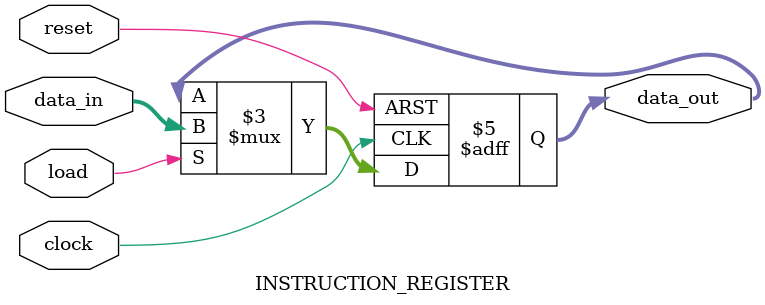
<source format=v>
module INSTRUCTION_REGISTER(data_out, data_in, load, clock, reset);
  
  parameter word_size = 32;
  
  output reg [word_size-1:0] data_out;
  
  input [word_size-1:0] data_in;
  input load, clock, reset;
  
  always @ (posedge clock or negedge reset)
    if (reset == 0) data_out <= 0;
    else if (load) data_out <= data_in;
      
endmodule
</source>
